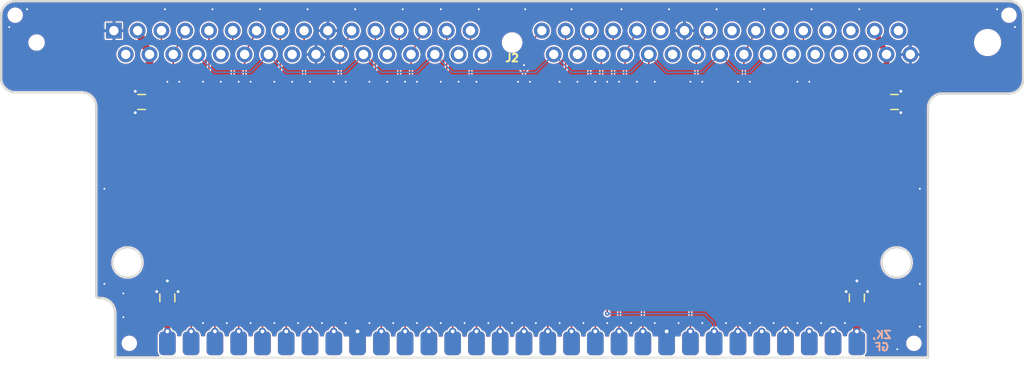
<source format=kicad_pcb>
(kicad_pcb (version 20221018) (generator pcbnew)
  (title_block (title "GW4192A") (date "2021-06-19") (rev "1.0-SOP") (company "Garrett's Workshop"))
  (layers (0 "F.Cu" signal) (31 "B.Cu" signal) (34 "B.Paste" user) (35 "F.Paste" user) (36 "B.SilkS" user "B.Silkscreen") (37 "F.SilkS" user "F.Silkscreen") (38 "B.Mask" user) (39 "F.Mask" user) (44 "Edge.Cuts" user))
  (net 0 "")
  (net 1 "+5V")
  (net 2 "/D0")
  (net 3 "/D1")
  (net 4 "/~{WE}")
  (net 5 "/~{RAS}")
  (net 6 "/~{CAS}")
  (net 7 "/D2")
  (net 8 "/D3")
  (net 9 "GND")
  (net 10 "/D4")
  (net 11 "/D5")
  (net 12 "/D6")
  (net 13 "/D7")
  (net 14 "/QP")
  (net 15 "/~{CASP}")
  (net 16 "/DP")
  (net 17 "/A0")
  (net 18 "/A1")
  (net 19 "/A2")
  (net 20 "/A3")
  (net 21 "/A4")
  (net 22 "/A5")
  (net 23 "/A6")
  (net 24 "/A7")
  (net 25 "/A8")
  (net 26 "/A9")
  (net 27 "/A10")
  (net 28 "/A11")
  (net 38 "/~{Q}B")
  (net 42 "/PQ")
  (net 43 "/~{WWP}")
  (net 44 "/PDCI")
  (net 45 "/PDCO")
  (footprint "stdpads:SIMM-30_Edge" (layer "F.Cu") (at 120.65 99.822)
    (fp_text reference "J1")
    (fp_text value "DRAM-SIMM-30")
    (pad "1" thru_hole circle (at -36.83 -1.016) (size 0.8 0.8) (drill 0.4) (layers "*.Cu" "*.Mask") (net 1 "+5V"))
    (pad "1" smd roundrect (at -36.83 0.254) (size 1.778 2.54) (layers "F.Cu" "F.Mask") (net 1 "+5V"))
    (pad "1" smd roundrect (at -36.83 0.254) (size 1.778 2.54) (layers "B.Cu" "B.Mask") (net 1 "+5V"))
    (pad "2" thru_hole circle (at -34.29 -1.016) (size 0.8 0.8) (drill 0.4) (layers "*.Cu" "*.Mask") (net 6 "/~{CAS}"))
    (pad "2" smd roundrect (at -34.29 0.254) (size 1.778 2.54) (layers "F.Cu" "F.Mask") (net 6 "/~{CAS}"))
    (pad "2" smd roundrect (at -34.29 0.254) (size 1.778 2.54) (layers "B.Cu" "B.Mask") (net 6 "/~{CAS}"))
    (pad "3" thru_hole circle (at -31.75 -1.016) (size 0.8 0.8) (drill 0.4) (layers "*.Cu" "*.Mask") (net 2 "/D0"))
    (pad "3" smd roundrect (at -31.75 0.254) (size 1.778 2.54) (layers "F.Cu" "F.Mask") (net 2 "/D0"))
    (pad "3" smd roundrect (at -31.75 0.254) (size 1.778 2.54) (layers "B.Cu" "B.Mask") (net 2 "/D0"))
    (pad "4" thru_hole circle (at -29.21 -1.016) (size 0.8 0.8) (drill 0.4) (layers "*.Cu" "*.Mask") (net 17 "/A0"))
    (pad "4" smd roundrect (at -29.21 0.254) (size 1.778 2.54) (layers "F.Cu" "F.Mask") (net 17 "/A0"))
    (pad "4" smd roundrect (at -29.21 0.254) (size 1.778 2.54) (layers "B.Cu" "B.Mask") (net 17 "/A0"))
    (pad "5" thru_hole circle (at -26.67 -1.016) (size 0.8 0.8) (drill 0.4) (layers "*.Cu" "*.Mask") (net 18 "/A1"))
    (pad "5" smd roundrect (at -26.67 0.254) (size 1.778 2.54) (layers "F.Cu" "F.Mask") (net 18 "/A1"))
    (pad "5" smd roundrect (at -26.67 0.254) (size 1.778 2.54) (layers "B.Cu" "B.Mask") (net 18 "/A1"))
    (pad "6" thru_hole circle (at -24.13 -1.016) (size 0.8 0.8) (drill 0.4) (layers "*.Cu" "*.Mask") (net 3 "/D1"))
    (pad "6" smd roundrect (at -24.13 0.254) (size 1.778 2.54) (layers "F.Cu" "F.Mask") (net 3 "/D1"))
    (pad "6" smd roundrect (at -24.13 0.254) (size 1.778 2.54) (layers "B.Cu" "B.Mask") (net 3 "/D1"))
    (pad "7" thru_hole circle (at -21.59 -1.016) (size 0.8 0.8) (drill 0.4) (layers "*.Cu" "*.Mask") (net 19 "/A2"))
    (pad "7" smd roundrect (at -21.59 0.254) (size 1.778 2.54) (layers "F.Cu" "F.Mask") (net 19 "/A2"))
    (pad "7" smd roundrect (at -21.59 0.254) (size 1.778 2.54) (layers "B.Cu" "B.Mask") (net 19 "/A2"))
    (pad "8" thru_hole circle (at -19.05 -1.016) (size 0.8 0.8) (drill 0.4) (layers "*.Cu" "*.Mask") (net 20 "/A3"))
    (pad "8" smd roundrect (at -19.05 0.254) (size 1.778 2.54) (layers "F.Cu" "F.Mask") (net 20 "/A3"))
    (pad "8" smd roundrect (at -19.05 0.254) (size 1.778 2.54) (layers "B.Cu" "B.Mask") (net 20 "/A3"))
    (pad "9" thru_hole circle (at -16.51 -1.016) (size 0.8 0.8) (drill 0.4) (layers "*.Cu" "*.Mask") (net 9 "GND"))
    (pad "9" smd roundrect (at -16.51 0.254) (size 1.778 2.54) (layers "F.Cu" "F.Mask") (net 9 "GND"))
    (pad "9" smd roundrect (at -16.51 0.254) (size 1.778 2.54) (layers "B.Cu" "B.Mask") (net 9 "GND"))
    (pad "10" thru_hole circle (at -13.97 -1.016) (size 0.8 0.8) (drill 0.4) (layers "*.Cu" "*.Mask") (net 7 "/D2"))
    (pad "10" smd roundrect (at -13.97 0.254) (size 1.778 2.54) (layers "F.Cu" "F.Mask") (net 7 "/D2"))
    (pad "10" smd roundrect (at -13.97 0.254) (size 1.778 2.54) (layers "B.Cu" "B.Mask") (net 7 "/D2"))
    (pad "11" thru_hole circle (at -11.43 -1.016) (size 0.8 0.8) (drill 0.4) (layers "*.Cu" "*.Mask") (net 21 "/A4"))
    (pad "11" smd roundrect (at -11.43 0.254) (size 1.778 2.54) (layers "F.Cu" "F.Mask") (net 21 "/A4"))
    (pad "11" smd roundrect (at -11.43 0.254) (size 1.778 2.54) (layers "B.Cu" "B.Mask") (net 21 "/A4"))
    (pad "12" thru_hole circle (at -8.89 -1.016) (size 0.8 0.8) (drill 0.4) (layers "*.Cu" "*.Mask") (net 22 "/A5"))
    (pad "12" smd roundrect (at -8.89 0.254) (size 1.778 2.54) (layers "F.Cu" "F.Mask") (net 22 "/A5"))
    (pad "12" smd roundrect (at -8.89 0.254) (size 1.778 2.54) (layers "B.Cu" "B.Mask") (net 22 "/A5"))
    (pad "13" thru_hole circle (at -6.35 -1.016) (size 0.8 0.8) (drill 0.4) (layers "*.Cu" "*.Mask") (net 8 "/D3"))
    (pad "13" smd roundrect (at -6.35 0.254) (size 1.778 2.54) (layers "F.Cu" "F.Mask") (net 8 "/D3"))
    (pad "13" smd roundrect (at -6.35 0.254) (size 1.778 2.54) (layers "B.Cu" "B.Mask") (net 8 "/D3"))
    (pad "14" thru_hole circle (at -3.81 -1.016) (size 0.8 0.8) (drill 0.4) (layers "*.Cu" "*.Mask") (net 23 "/A6"))
    (pad "14" smd roundrect (at -3.81 0.254) (size 1.778 2.54) (layers "F.Cu" "F.Mask") (net 23 "/A6"))
    (pad "14" smd roundrect (at -3.81 0.254) (size 1.778 2.54) (layers "B.Cu" "B.Mask") (net 23 "/A6"))
    (pad "15" thru_hole circle (at -1.27 -1.016) (size 0.8 0.8) (drill 0.4) (layers "*.Cu" "*.Mask") (net 24 "/A7"))
    (pad "15" smd roundrect (at -1.27 0.254) (size 1.778 2.54) (layers "F.Cu" "F.Mask") (net 24 "/A7"))
    (pad "15" smd roundrect (at -1.27 0.254) (size 1.778 2.54) (layers "B.Cu" "B.Mask") (net 24 "/A7"))
    (pad "16" thru_hole circle (at 1.27 -1.016) (size 0.8 0.8) (drill 0.4) (layers "*.Cu" "*.Mask") (net 10 "/D4"))
    (pad "16" smd roundrect (at 1.27 0.254) (size 1.778 2.54) (layers "F.Cu" "F.Mask") (net 10 "/D4"))
    (pad "16" smd roundrect (at 1.27 0.254) (size 1.778 2.54) (layers "B.Cu" "B.Mask") (net 10 "/D4"))
    (pad "17" thru_hole circle (at 3.81 -1.016) (size 0.8 0.8) (drill 0.4) (layers "*.Cu" "*.Mask") (net 25 "/A8"))
    (pad "17" smd roundrect (at 3.81 0.254) (size 1.778 2.54) (layers "F.Cu" "F.Mask") (net 25 "/A8"))
    (pad "17" smd roundrect (at 3.81 0.254) (size 1.778 2.54) (layers "B.Cu" "B.Mask") (net 25 "/A8"))
    (pad "18" thru_hole circle (at 6.35 -1.016) (size 0.8 0.8) (drill 0.4) (layers "*.Cu" "*.Mask") (net 26 "/A9"))
    (pad "18" smd roundrect (at 6.35 0.254) (size 1.778 2.54) (layers "F.Cu" "F.Mask") (net 26 "/A9"))
    (pad "18" smd roundrect (at 6.35 0.254) (size 1.778 2.54) (layers "B.Cu" "B.Mask") (net 26 "/A9"))
    (pad "19" thru_hole circle (at 8.89 -1.016) (size 0.8 0.8) (drill 0.4) (layers "*.Cu" "*.Mask") (net 27 "/A10"))
    (pad "19" smd roundrect (at 8.89 0.254) (size 1.778 2.54) (layers "F.Cu" "F.Mask") (net 27 "/A10"))
    (pad "19" smd roundrect (at 8.89 0.254) (size 1.778 2.54) (layers "B.Cu" "B.Mask") (net 27 "/A10"))
    (pad "20" thru_hole circle (at 11.43 -1.016) (size 0.8 0.8) (drill 0.4) (layers "*.Cu" "*.Mask") (net 11 "/D5"))
    (pad "20" smd roundrect (at 11.43 0.254) (size 1.778 2.54) (layers "F.Cu" "F.Mask") (net 11 "/D5"))
    (pad "20" smd roundrect (at 11.43 0.254) (size 1.778 2.54) (layers "B.Cu" "B.Mask") (net 11 "/D5"))
    (pad "21" thru_hole circle (at 13.97 -1.016) (size 0.8 0.8) (drill 0.4) (layers "*.Cu" "*.Mask") (net 4 "/~{WE}"))
    (pad "21" smd roundrect (at 13.97 0.254) (size 1.778 2.54) (layers "F.Cu" "F.Mask") (net 4 "/~{WE}"))
    (pad "21" smd roundrect (at 13.97 0.254) (size 1.778 2.54) (layers "B.Cu" "B.Mask") (net 4 "/~{WE}"))
    (pad "22" thru_hole circle (at 16.51 -1.016) (size 0.8 0.8) (drill 0.4) (layers "*.Cu" "*.Mask") (net 9 "GND"))
    (pad "22" smd roundrect (at 16.51 0.254) (size 1.778 2.54) (layers "F.Cu" "F.Mask") (net 9 "GND"))
    (pad "22" smd roundrect (at 16.51 0.254) (size 1.778 2.54) (layers "B.Cu" "B.Mask") (net 9 "GND"))
    (pad "23" thru_hole circle (at 19.05 -1.016) (size 0.8 0.8) (drill 0.4) (layers "*.Cu" "*.Mask") (net 12 "/D6"))
    (pad "23" smd roundrect (at 19.05 0.254) (size 1.778 2.54) (layers "F.Cu" "F.Mask") (net 12 "/D6"))
    (pad "23" smd roundrect (at 19.05 0.254) (size 1.778 2.54) (layers "B.Cu" "B.Mask") (net 12 "/D6"))
    (pad "24" thru_hole circle (at 21.59 -1.016) (size 0.8 0.8) (drill 0.4) (layers "*.Cu" "*.Mask") (net 28 "/A11"))
    (pad "24" smd roundrect (at 21.59 0.254) (size 1.778 2.54) (layers "F.Cu" "F.Mask") (net 28 "/A11"))
    (pad "24" smd roundrect (at 21.59 0.254) (size 1.778 2.54) (layers "B.Cu" "B.Mask") (net 28 "/A11"))
    (pad "25" thru_hole circle (at 24.13 -1.016) (size 0.8 0.8) (drill 0.4) (layers "*.Cu" "*.Mask") (net 13 "/D7"))
    (pad "25" smd roundrect (at 24.13 0.254) (size 1.778 2.54) (layers "F.Cu" "F.Mask") (net 13 "/D7"))
    (pad "25" smd roundrect (at 24.13 0.254) (size 1.778 2.54) (layers "B.Cu" "B.Mask") (net 13 "/D7"))
    (pad "26" thru_hole circle (at 26.67 -1.016) (size 0.8 0.8) (drill 0.4) (layers "*.Cu" "*.Mask") (net 14 "/QP"))
    (pad "26" smd roundrect (at 26.67 0.254) (size 1.778 2.54) (layers "F.Cu" "F.Mask") (net 14 "/QP"))
    (pad "26" smd roundrect (at 26.67 0.254) (size 1.778 2.54) (layers "B.Cu" "B.Mask") (net 14 "/QP"))
    (pad "27" thru_hole circle (at 29.21 -1.016) (size 0.8 0.8) (drill 0.4) (layers "*.Cu" "*.Mask") (net 5 "/~{RAS}"))
    (pad "27" smd roundrect (at 29.21 0.254) (size 1.778 2.54) (layers "F.Cu" "F.Mask") (net 5 "/~{RAS}"))
    (pad "27" smd roundrect (at 29.21 0.254) (size 1.778 2.54) (layers "B.Cu" "B.Mask") (net 5 "/~{RAS}"))
    (pad "28" thru_hole circle (at 31.75 -1.016) (size 0.8 0.8) (drill 0.4) (layers "*.Cu" "*.Mask") (net 15 "/~{CASP}"))
    (pad "28" smd roundrect (at 31.75 0.254) (size 1.778 2.54) (layers "F.Cu" "F.Mask") (net 15 "/~{CASP}"))
    (pad "28" smd roundrect (at 31.75 0.254) (size 1.778 2.54) (layers "B.Cu" "B.Mask") (net 15 "/~{CASP}"))
    (pad "29" thru_hole circle (at 34.29 -1.016) (size 0.8 0.8) (drill 0.4) (layers "*.Cu" "*.Mask") (net 16 "/DP"))
    (pad "29" smd roundrect (at 34.29 0.254) (size 1.778 2.54) (layers "F.Cu" "F.Mask") (net 16 "/DP"))
    (pad "29" smd roundrect (at 34.29 0.254) (size 1.778 2.54) (layers "B.Cu" "B.Mask") (net 16 "/DP"))
    (pad "30" thru_hole circle (at 36.83 -1.016) (size 0.8 0.8) (drill 0.4) (layers "*.Cu" "*.Mask") (net 1 "+5V"))
    (pad "30" smd roundrect (at 36.83 0.254) (size 1.778 2.54) (layers "F.Cu" "F.Mask") (net 1 "+5V"))
    (pad "30" smd roundrect (at 36.83 0.254) (size 1.778 2.54) (layers "B.Cu" "B.Mask") (net 1 "+5V"))
  )
  (footprint "stdpads:C_0805" (layer "F.Cu") (at 83.82 95.2255 90)
    (fp_text reference "C1")
    (fp_text value "2u2")
    (fp_line (start -0.4064 -0.8) (end 0.4064 -0.8) (stroke (width 0.1524)) (layer "F.SilkS"))
    (fp_line (start -0.4064 0.8) (end 0.4064 0.8) (stroke (width 0.1524)) (layer "F.SilkS"))
    (pad "1" smd roundrect (at -0.85 0 90) (size 1.05 1.4) (layers "F.Cu" "F.Paste" "F.Mask") (net 1 "+5V"))
    (pad "2" smd roundrect (at 0.85 0 90) (size 1.05 1.4) (layers "F.Cu" "F.Paste" "F.Mask") (net 9 "GND"))
  )
  (footprint "stdpads:C_0805" (layer "F.Cu") (at 157.48 95.2255 90)
    (fp_text reference "C2")
    (fp_text value "2u2")
    (fp_line (start -0.4064 -0.8) (end 0.4064 -0.8) (stroke (width 0.1524)) (layer "F.SilkS"))
    (fp_line (start -0.4064 0.8) (end 0.4064 0.8) (stroke (width 0.1524)) (layer "F.SilkS"))
    (pad "1" smd roundrect (at -0.85 0 90) (size 1.05 1.4) (layers "F.Cu" "F.Paste" "F.Mask") (net 1 "+5V"))
    (pad "2" smd roundrect (at 0.85 0 90) (size 1.05 1.4) (layers "F.Cu" "F.Paste" "F.Mask") (net 9 "GND"))
  )
  (footprint "stdpads:PasteHole_1.152mm_NPTH" (layer "F.Cu") (at 173.736 65.024)
    (fp_text reference "H2")
    (fp_text value "MountingHole" hide)
    (pad "" np_thru_hole circle (at 0 0) (size 1.152 1.152) (drill 1.152) (layers "*.Cu" "*.Mask"))
  )
  (footprint "stdpads:PasteHole_1.152mm_NPTH" (layer "F.Cu") (at 67.564 65.024)
    (fp_text reference "H1")
    (fp_text value "MountingHole" hide)
    (pad "" np_thru_hole circle (at 0 0) (size 1.152 1.152) (drill 1.152) (layers "*.Cu" "*.Mask"))
  )
  (footprint "stdpads:PasteHole_1.152mm_NPTH" (layer "F.Cu") (at 79.756 100.076)
    (fp_text reference "H4")
    (fp_text value "MountingHole" hide)
    (pad "" np_thru_hole circle (at 0 0) (size 1.152 1.152) (drill 1.152) (layers "*.Cu" "*.Mask"))
  )
  (footprint "stdpads:PasteHole_1.152mm_NPTH" (layer "F.Cu") (at 163.576 100.076)
    (fp_text reference "H3")
    (fp_text value "MountingHole" hide)
    (pad "" np_thru_hole circle (at 0 0) (size 1.152 1.152) (drill 1.152) (layers "*.Cu" "*.Mask"))
  )
  (footprint "stdpads:C_0805" (layer "F.Cu") (at 161.505 74.295)
    (fp_text reference "C4")
    (fp_text value "2u2")
    (fp_line (start -0.4064 -0.8) (end 0.4064 -0.8) (stroke (width 0.1524)) (layer "F.SilkS"))
    (fp_line (start -0.4064 0.8) (end 0.4064 0.8) (stroke (width 0.1524)) (layer "F.SilkS"))
    (pad "1" smd roundrect (at -0.85 0) (size 1.05 1.4) (layers "F.Cu" "F.Paste" "F.Mask") (net 1 "+5V"))
    (pad "2" smd roundrect (at 0.85 0) (size 1.05 1.4) (layers "F.Cu" "F.Paste" "F.Mask") (net 9 "GND"))
  )
  (footprint "stdpads:C_0805" (layer "F.Cu") (at 81.065 74.295 180)
    (fp_text reference "C3")
    (fp_text value "2u2")
    (fp_line (start -0.4064 -0.8) (end 0.4064 -0.8) (stroke (width 0.1524)) (layer "F.SilkS"))
    (fp_line (start -0.4064 0.8) (end 0.4064 0.8) (stroke (width 0.1524)) (layer "F.SilkS"))
    (pad "1" smd roundrect (at -0.85 0 180) (size 1.05 1.4) (layers "F.Cu" "F.Paste" "F.Mask") (net 1 "+5V"))
    (pad "2" smd roundrect (at 0.85 0 180) (size 1.05 1.4) (layers "F.Cu" "F.Paste" "F.Mask") (net 9 "GND"))
  )
  (footprint "stdpads:SIMM-64_Socket_TH_P1.27mm" (layer "F.Cu") (at 120.65 67.945 180)
    (fp_text reference "J2" (at 0 -1.651) (layer "F.SilkS") (effects (font (size 0.8128 0.8128) (thickness 0.2032))))
    (fp_text value "IIfxRAM")
    (pad "" np_thru_hole circle (at -50.8 0 180) (size 2.41 2.41) (drill 2.41) (layers "*.Cu" "*.Mask"))
    (pad "" np_thru_hole circle (at 0 0 180) (size 1.71 1.71) (drill 1.71) (layers "*.Cu" "*.Mask"))
    (pad "" np_thru_hole circle (at 50.8 0 180) (size 1.27 1.27) (drill 1.27) (layers "*.Cu" "*.Mask"))
    (pad "1" thru_hole rect (at 42.545 1.27 90) (size 1.7 1.7) (drill 1) (layers "*.Cu" "*.Mask") (net 9 "GND"))
    (pad "2" thru_hole oval (at 41.275 -1.27 90) (size 1.7 1.7) (drill 1) (layers "*.Cu" "*.Mask"))
    (pad "3" thru_hole oval (at 40.005 1.27 90) (size 1.7 1.7) (drill 1) (layers "*.Cu" "*.Mask") (net 1 "+5V"))
    (pad "4" thru_hole oval (at 38.735 -1.27 90) (size 1.7 1.7) (drill 1) (layers "*.Cu" "*.Mask") (net 1 "+5V"))
    (pad "5" thru_hole oval (at 37.465 1.27 90) (size 1.7 1.7) (drill 1) (layers "*.Cu" "*.Mask") (net 6 "/~{CAS}"))
    (pad "6" thru_hole oval (at 36.195 -1.27 90) (size 1.7 1.7) (drill 1) (layers "*.Cu" "*.Mask") (net 2 "/D0"))
    (pad "7" thru_hole oval (at 34.925 1.27 90) (size 1.7 1.7) (drill 1) (layers "*.Cu" "*.Mask") (net 2 "/D0"))
    (pad "8" thru_hole oval (at 33.655 -1.27 90) (size 1.7 1.7) (drill 1) (layers "*.Cu" "*.Mask") (net 4 "/~{WE}"))
    (pad "9" thru_hole oval (at 32.385 1.27 90) (size 1.7 1.7) (drill 1) (layers "*.Cu" "*.Mask") (net 17 "/A0"))
    (pad "10" thru_hole oval (at 31.115 -1.27 90) (size 1.7 1.7) (drill 1) (layers "*.Cu" "*.Mask"))
    (pad "11" thru_hole oval (at 29.845 1.27 90) (size 1.7 1.7) (drill 1) (layers "*.Cu" "*.Mask") (net 18 "/A1"))
    (pad "12" thru_hole oval (at 28.575 -1.27 90) (size 1.7 1.7) (drill 1) (layers "*.Cu" "*.Mask") (net 3 "/D1"))
    (pad "13" thru_hole oval (at 27.305 1.27 90) (size 1.7 1.7) (drill 1) (layers "*.Cu" "*.Mask") (net 3 "/D1"))
    (pad "14" thru_hole oval (at 26.035 -1.27 90) (size 1.7 1.7) (drill 1) (layers "*.Cu" "*.Mask") (net 4 "/~{WE}"))
    (pad "15" thru_hole oval (at 24.765 1.27 90) (size 1.7 1.7) (drill 1) (layers "*.Cu" "*.Mask") (net 19 "/A2"))
    (pad "16" thru_hole oval (at 23.495 -1.27 90) (size 1.7 1.7) (drill 1) (layers "*.Cu" "*.Mask"))
    (pad "17" thru_hole oval (at 22.225 1.27 90) (size 1.7 1.7) (drill 1) (layers "*.Cu" "*.Mask") (net 20 "/A3"))
    (pad "18" thru_hole oval (at 20.955 -1.27 90) (size 1.7 1.7) (drill 1) (layers "*.Cu" "*.Mask") (net 9 "GND"))
    (pad "19" thru_hole oval (at 19.685 1.27 90) (size 1.7 1.7) (drill 1) (layers "*.Cu" "*.Mask") (net 9 "GND"))
    (pad "20" thru_hole oval (at 18.415 -1.27 90) (size 1.7 1.7) (drill 1) (layers "*.Cu" "*.Mask") (net 7 "/D2"))
    (pad "21" thru_hole oval (at 17.145 1.27 90) (size 1.7 1.7) (drill 1) (layers "*.Cu" "*.Mask") (net 7 "/D2"))
    (pad "22" thru_hole oval (at 15.875 -1.27 90) (size 1.7 1.7) (drill 1) (layers "*.Cu" "*.Mask") (net 4 "/~{WE}"))
    (pad "23" thru_hole oval (at 14.605 1.27 90) (size 1.7 1.7) (drill 1) (layers "*.Cu" "*.Mask") (net 21 "/A4"))
    (pad "24" thru_hole oval (at 13.335 -1.27 90) (size 1.7 1.7) (drill 1) (layers "*.Cu" "*.Mask"))
    (pad "25" thru_hole oval (at 12.065 1.27 90) (size 1.7 1.7) (drill 1) (layers "*.Cu" "*.Mask") (net 22 "/A5"))
    (pad "26" thru_hole oval (at 10.795 -1.27 90) (size 1.7 1.7) (drill 1) (layers "*.Cu" "*.Mask") (net 8 "/D3"))
    (pad "27" thru_hole oval (at 9.525 1.27 90) (size 1.7 1.7) (drill 1) (layers "*.Cu" "*.Mask") (net 8 "/D3"))
    (pad "28" thru_hole oval (at 8.255 -1.27 90) (size 1.7 1.7) (drill 1) (layers "*.Cu" "*.Mask") (net 4 "/~{WE}"))
    (pad "29" thru_hole oval (at 6.985 1.27 90) (size 1.7 1.7) (drill 1) (layers "*.Cu" "*.Mask") (net 23 "/A6"))
    (pad "30" thru_hole oval (at 5.715 -1.27 90) (size 1.7 1.7) (drill 1) (layers "*.Cu" "*.Mask"))
    (pad "31" thru_hole oval (at 4.445 1.27 90) (size 1.7 1.7) (drill 1) (layers "*.Cu" "*.Mask") (net 24 "/A7"))
    (pad "32" thru_hole oval (at 3.175 -1.27 90) (size 1.7 1.7) (drill 1) (layers "*.Cu" "*.Mask") (net 10 "/D4"))
    (pad "33" thru_hole oval (at -3.175 1.27 90) (size 1.7 1.7) (drill 1) (layers "*.Cu" "*.Mask") (net 10 "/D4"))
    (pad "34" thru_hole oval (at -4.445 -1.27 90) (size 1.7 1.7) (drill 1) (layers "*.Cu" "*.Mask") (net 4 "/~{WE}"))
    (pad "35" thru_hole oval (at -5.715 1.27 90) (size 1.7 1.7) (drill 1) (layers "*.Cu" "*.Mask") (net 25 "/A8"))
    (pad "36" thru_hole oval (at -6.985 -1.27 90) (size 1.7 1.7) (drill 1) (layers "*.Cu" "*.Mask"))
    (pad "37" thru_hole oval (at -8.255 1.27 90) (size 1.7 1.7) (drill 1) (layers "*.Cu" "*.Mask") (net 26 "/A9"))
    (pad "38" thru_hole oval (at -9.525 -1.27 90) (size 1.7 1.7) (drill 1) (layers "*.Cu" "*.Mask") (net 27 "/A10"))
    (pad "39" thru_hole oval (at -10.795 1.27 90) (size 1.7 1.7) (drill 1) (layers "*.Cu" "*.Mask") (net 28 "/A11"))
    (pad "40" thru_hole oval (at -12.065 -1.27 90) (size 1.7 1.7) (drill 1) (layers "*.Cu" "*.Mask") (net 11 "/D5"))
    (pad "41" thru_hole oval (at -13.335 1.27 90) (size 1.7 1.7) (drill 1) (layers "*.Cu" "*.Mask") (net 11 "/D5"))
    (pad "42" thru_hole oval (at -14.605 -1.27 90) (size 1.7 1.7) (drill 1) (layers "*.Cu" "*.Mask") (net 4 "/~{WE}"))
    (pad "43" thru_hole oval (at -15.875 1.27 90) (size 1.7 1.7) (drill 1) (layers "*.Cu" "*.Mask"))
    (pad "44" thru_hole oval (at -17.145 -1.27 90) (size 1.7 1.7) (drill 1) (layers "*.Cu" "*.Mask"))
    (pad "45" thru_hole oval (at -18.415 1.27 90) (size 1.7 1.7) (drill 1) (layers "*.Cu" "*.Mask") (net 9 "GND"))
    (pad "46" thru_hole oval (at -19.685 -1.27 90) (size 1.7 1.7) (drill 1) (layers "*.Cu" "*.Mask") (net 12 "/D6"))
    (pad "47" thru_hole oval (at -20.955 1.27 90) (size 1.7 1.7) (drill 1) (layers "*.Cu" "*.Mask") (net 12 "/D6"))
    (pad "48" thru_hole oval (at -22.225 -1.27 90) (size 1.7 1.7) (drill 1) (layers "*.Cu" "*.Mask") (net 4 "/~{WE}"))
    (pad "49" thru_hole oval (at -23.495 1.27 90) (size 1.7 1.7) (drill 1) (layers "*.Cu" "*.Mask"))
    (pad "50" thru_hole oval (at -24.765 -1.27 90) (size 1.7 1.7) (drill 1) (layers "*.Cu" "*.Mask") (net 13 "/D7"))
    (pad "51" thru_hole oval (at -26.035 1.27 90) (size 1.7 1.7) (drill 1) (layers "*.Cu" "*.Mask") (net 13 "/D7"))
    (pad "52" thru_hole oval (at -27.305 -1.27 90) (size 1.7 1.7) (drill 1) (layers "*.Cu" "*.Mask") (net 4 "/~{WE}"))
    (pad "53" thru_hole oval (at -28.575 1.27 90) (size 1.7 1.7) (drill 1) (layers "*.Cu" "*.Mask") (net 38 "/~{Q}B"))
    (pad "54" thru_hole oval (at -29.845 -1.27 90) (size 1.7 1.7) (drill 1) (layers "*.Cu" "*.Mask"))
    (pad "55" thru_hole oval (at -31.115 1.27 90) (size 1.7 1.7) (drill 1) (layers "*.Cu" "*.Mask") (net 5 "/~{RAS}"))
    (pad "56" thru_hole oval (at -32.385 -1.27 90) (size 1.7 1.7) (drill 1) (layers "*.Cu" "*.Mask"))
    (pad "57" thru_hole oval (at -33.655 1.27 90) (size 1.7 1.7) (drill 1) (layers "*.Cu" "*.Mask"))
    (pad "58" thru_hole oval (at -34.925 -1.27 90) (size 1.7 1.7) (drill 1) (layers "*.Cu" "*.Mask") (net 42 "/PQ"))
    (pad "59" thru_hole oval (at -36.195 1.27 90) (size 1.7 1.7) (drill 1) (layers "*.Cu" "*.Mask") (net 43 "/~{WWP}"))
    (pad "60" thru_hole oval (at -37.465 -1.27 90) (size 1.7 1.7) (drill 1) (layers "*.Cu" "*.Mask") (net 44 "/PDCI"))
    (pad "61" thru_hole oval (at -38.735 1.27 90) (size 1.7 1.7) (drill 1) (layers "*.Cu" "*.Mask") (net 1 "+5V"))
    (pad "62" thru_hole oval (at -40.005 -1.27 90) (size 1.7 1.7) (drill 1) (layers "*.Cu" "*.Mask") (net 1 "+5V"))
    (pad "63" thru_hole oval (at -41.275 1.27 90) (size 1.7 1.7) (drill 1) (layers "*.Cu" "*.Mask") (net 45 "/PDCO"))
    (pad "64" thru_hole oval (at -42.545 -1.27 90) (size 1.7 1.7) (drill 1) (layers "*.Cu" "*.Mask") (net 9 "GND"))
  )
  (gr_line (start 76.2 94.996) (end 76.2 74.803) (stroke (width 0.2)) (layer "Edge.Cuts"))
  (gr_circle (center 161.7345 91.44) (end 163.322 91.44) (stroke (width 0.15)) (fill none) (layer "Edge.Cuts"))
  (gr_arc (start 173.736 63.5) (mid 174.813631 63.946369) (end 175.26 65.024) (stroke (width 0.2)) (layer "Edge.Cuts"))
  (gr_arc (start 66.04 65.024) (mid 66.486369 63.946369) (end 67.564 63.5) (stroke (width 0.2)) (layer "Edge.Cuts"))
  (gr_line (start 76.6445 95.25) (end 76.454 95.25) (stroke (width 0.2)) (layer "Edge.Cuts"))
  (gr_line (start 78.232 101.6) (end 78.232 96.8375) (stroke (width 0.2)) (layer "Edge.Cuts"))
  (gr_arc (start 76.454 95.25) (mid 76.274395 95.175605) (end 76.2 94.996) (stroke (width 0.2)) (layer "Edge.Cuts"))
  (gr_arc (start 76.6445 95.25) (mid 77.767032 95.714968) (end 78.232 96.8375) (stroke (width 0.2)) (layer "Edge.Cuts"))
  (gr_arc (start 175.26 71.882) (mid 174.813631 72.959631) (end 173.736 73.406) (stroke (width 0.2)) (layer "Edge.Cuts"))
  (gr_line (start 175.26 65.024) (end 175.26 71.882) (stroke (width 0.2)) (layer "Edge.Cuts"))
  (gr_arc (start 165.1 74.93) (mid 165.546369 73.852369) (end 166.624 73.406) (stroke (width 0.2)) (layer "Edge.Cuts"))
  (gr_line (start 173.736 73.406) (end 166.624 73.406) (stroke (width 0.2)) (layer "Edge.Cuts"))
  (gr_line (start 66.04 65.024) (end 66.04 71.755) (stroke (width 0.2)) (layer "Edge.Cuts"))
  (gr_line (start 67.564 73.279) (end 74.676 73.279) (stroke (width 0.2)) (layer "Edge.Cuts"))
  (gr_arc (start 67.564 73.279) (mid 66.486369 72.832631) (end 66.04 71.755) (stroke (width 0.2)) (layer "Edge.Cuts"))
  (gr_arc (start 74.676 73.279) (mid 75.753631 73.725369) (end 76.2 74.803) (stroke (width 0.2)) (layer "Edge.Cuts"))
  (gr_circle (center 79.5655 91.44) (end 77.978 91.44) (stroke (width 0.15)) (fill none) (layer "Edge.Cuts"))
  (gr_line (start 165.1 74.93) (end 165.1 101.6) (stroke (width 0.2)) (layer "Edge.Cuts"))
  (gr_line (start 165.1 101.6) (end 78.232 101.6) (stroke (width 0.2)) (layer "Edge.Cuts"))
  (gr_line (start 67.564 63.5) (end 173.736 63.5) (stroke (width 0.2)) (layer "Edge.Cuts"))
  (gr_text "ZK,\nGF" (at 160.147 99.822) (layer "B.SilkS") (effects (font (size 0.8128 0.8128) (thickness 0.2032)) (justify mirror)))
  (segment (start 81.788 94.107) (end 81.788 94.996) (width 0.6) (layer "F.Cu") (net 1))
  (segment (start 83.82 98.806) (end 83.82 96.0755) (width 0.6) (layer "F.Cu") (net 1))
  (segment (start 80.645 66.675) (end 81.915 69.215) (width 0.8) (layer "F.Cu") (net 1))
  (segment (start 157.48 96.0755) (end 157.48 98.806) (width 0.8) (layer "F.Cu") (net 1))
  (segment (start 81.915 74.295) (end 81.915 75.438) (width 0.6) (layer "F.Cu") (net 1))
  (segment (start 160.655 88.519) (end 160.655 74.295) (width 0.8) (layer "F.Cu") (net 1))
  (segment (start 156.4005 96.0755) (end 155.321 94.996) (width 0.8) (layer "F.Cu") (net 1))
  (segment (start 81.915 75.438) (end 82.2325 75.7555) (width 0.6) (layer "F.Cu") (net 1))
  (segment (start 82.2325 75.7555) (end 82.2325 93.6625) (width 0.6) (layer "F.Cu") (net 1))
  (segment (start 160.655 74.295) (end 160.655 69.215) (width 0.6) (layer "F.Cu") (net 1))
  (segment (start 160.655 69.215) (end 159.385 66.675) (width 0.6) (layer "F.Cu") (net 1))
  (segment (start 155.321 94.996) (end 155.321 93.853) (width 0.8) (layer "F.Cu") (net 1))
  (segment (start 81.788 94.996) (end 82.8675 96.0755) (width 0.6) (layer "F.Cu") (net 1))
  (segment (start 156.4005 96.0755) (end 157.48 96.0755) (width 0.8) (layer "F.Cu") (net 1))
  (segment (start 82.2325 93.6625) (end 81.788 94.107) (width 0.6) (layer "F.Cu") (net 1))
  (segment (start 82.8675 96.0755) (end 83.82 96.0755) (width 0.6) (layer "F.Cu") (net 1))
  (segment (start 155.321 93.853) (end 160.655 88.519) (width 0.8) (layer "F.Cu") (net 1))
  (segment (start 81.915 69.215) (end 81.915 74.295) (width 0.8) (layer "F.Cu") (net 1))
  (segment (start 88.9 98.806) (end 88.9 95.25) (width 0.1524) (layer "F.Cu") (net 2))
  (segment (start 88.9 95.25) (end 84.455 90.805) (width 0.1524) (layer "F.Cu") (net 2))
  (segment (start 84.455 90.805) (end 84.455 69.215) (width 0.1524) (layer "F.Cu") (net 2))
  (segment (start 88.9 100.076) (end 88.9 98.806) (width 0.1524) (layer "F.Cu") (net 2))
  (segment (start 85.725 66.675) (end 84.455 69.215) (width 0.1524) (layer "F.Cu") (net 2))
  (segment (start 93.345 66.675) (end 92.075 69.215) (width 0.1524) (layer "F.Cu") (net 3))
  (segment (start 92.075 69.215) (end 92.075 91.44) (width 0.1524) (layer "F.Cu") (net 3))
  (segment (start 96.52 100.076) (end 96.52 98.552) (width 0.1524) (layer "F.Cu") (net 3))
  (segment (start 96.52 95.885) (end 96.52 100.076) (width 0.1524) (layer "F.Cu") (net 3))
  (segment (start 92.075 91.44) (end 96.52 95.885) (width 0.1524) (layer "F.Cu") (net 3))
  (segment (start 134.62 95.25) (end 134.62 98.806) (width 0.1524) (layer "F.Cu") (net 4))
  (segment (start 135.255 69.215) (end 135.255 94.615) (width 0.1524) (layer "F.Cu") (net 4))
  (segment (start 135.255 94.615) (end 134.62 95.25) (width 0.1524) (layer "F.Cu") (net 4))
  (segment (start 114.3 71.12) (end 123.19 71.12) (width 0.1524) (layer "B.Cu") (net 4))
  (segment (start 92.71 71.12) (end 94.615 69.215) (width 0.1524) (layer "B.Cu") (net 4))
  (segment (start 125.095 69.215) (end 127 71.12) (width 0.1524) (layer "B.Cu") (net 4))
  (segment (start 123.19 71.12) (end 125.095 69.215) (width 0.1524) (layer "B.Cu") (net 4))
  (segment (start 133.35 71.12) (end 135.255 69.215) (width 0.1524) (layer "B.Cu") (net 4))
  (segment (start 88.9 71.12) (end 92.71 71.12) (width 0.1524) (layer "B.Cu") (net 4))
  (segment (start 96.52 71.12) (end 102.87 71.12) (width 0.1524) (layer "B.Cu") (net 4))
  (segment (start 110.49 71.12) (end 112.395 69.215) (width 0.1524) (layer "B.Cu") (net 4))
  (segment (start 112.395 69.215) (end 114.3 71.12) (width 0.1524) (layer "B.Cu") (net 4))
  (segment (start 135.255 69.215) (end 137.16 71.12) (width 0.1524) (layer "B.Cu") (net 4))
  (segment (start 104.775 69.215) (end 106.68 71.12) (width 0.1524) (layer "B.Cu") (net 4))
  (segment (start 127 71.12) (end 133.35 71.12) (width 0.1524) (layer "B.Cu") (net 4))
  (segment (start 94.615 69.215) (end 96.52 71.12) (width 0.1524) (layer "B.Cu") (net 4))
  (segment (start 140.97 71.12) (end 142.875 69.215) (width 0.1524) (layer "B.Cu") (net 4))
  (segment (start 146.05 71.12) (end 147.955 69.215) (width 0.1524) (layer "B.Cu") (net 4))
  (segment (start 144.78 71.12) (end 146.05 71.12) (width 0.1524) (layer "B.Cu") (net 4))
  (segment (start 86.995 69.215) (end 88.9 71.12) (width 0.1524) (layer "B.Cu") (net 4))
  (segment (start 106.68 71.12) (end 110.49 71.12) (width 0.1524) (layer "B.Cu") (net 4))
  (segment (start 102.87 71.12) (end 104.775 69.215) (width 0.1524) (layer "B.Cu") (net 4))
  (segment (start 137.16 71.12) (end 140.97 71.12) (width 0.1524) (layer "B.Cu") (net 4))
  (segment (start 142.875 69.215) (end 144.78 71.12) (width 0.1524) (layer "B.Cu") (net 4))
  (segment (start 149.86 100.076) (end 149.86 95.25) (width 0.1524) (layer "F.Cu") (net 5))
  (segment (start 149.86 95.25) (end 151.765 93.345) (width 0.1524) (layer "F.Cu") (net 5))
  (segment (start 151.765 93.345) (end 151.765 66.675) (width 0.1524) (layer "F.Cu") (net 5))
  (segment (start 86.36 94.615) (end 86.36 98.806) (width 0.1524) (layer "F.Cu") (net 6))
  (segment (start 83.185 91.44) (end 86.36 94.615) (width 0.1524) (layer "F.Cu") (net 6))
  (segment (start 83.185 66.675) (end 83.185 91.44) (width 0.1524) (layer "F.Cu") (net 6))
  (segment (start 103.505 66.675) (end 102.235 69.215) (width 0.1524) (layer "F.Cu") (net 7))
  (segment (start 106.68 95.885) (end 102.235 91.44) (width 0.1524) (layer "F.Cu") (net 7))
  (segment (start 102.235 91.44) (end 102.235 69.215) (width 0.1524) (layer "F.Cu") (net 7))
  (segment (start 106.68 98.806) (end 106.68 95.885) (width 0.1524) (layer "F.Cu") (net 7))
  (segment (start 111.125 66.675) (end 109.855 69.215) (width 0.1524) (layer "F.Cu") (net 8))
  (segment (start 109.855 69.215) (end 109.855 90.805) (width 0.1524) (layer "F.Cu") (net 8))
  (segment (start 109.855 90.805) (end 114.3 95.25) (width 0.1524) (layer "F.Cu") (net 8))
  (segment (start 114.3 95.25) (end 114.3 98.806) (width 0.1524) (layer "F.Cu") (net 8))
  (segment (start 83.82 94.3755) (end 83.82 93.4085) (width 0.6) (layer "F.Cu") (net 9))
  (segment (start 162.355 73.328) (end 162.179 73.152) (width 0.6) (layer "F.Cu") (net 9))
  (segment (start 157.48 94.3755) (end 156.513 94.3755) (width 0.6) (layer "F.Cu") (net 9))
  (segment (start 84.787 94.3755) (end 84.963 94.5515) (width 0.6) (layer "F.Cu") (net 9))
  (segment (start 82.853 94.3755) (end 82.677 94.5515) (width 0.6) (layer "F.Cu") (net 9))
  (segment (start 158.447 94.3755) (end 158.623 94.5515) (width 0.6) (layer "F.Cu") (net 9))
  (segment (start 80.215 75.262) (end 80.391 75.438) (width 0.6) (layer "F.Cu") (net 9))
  (segment (start 80.215 74.295) (end 80.215 73.328) (width 0.6) (layer "F.Cu") (net 9))
  (segment (start 80.215 74.295) (end 80.215 75.262) (width 0.6) (layer "F.Cu") (net 9))
  (segment (start 80.215 73.328) (end 80.391 73.152) (width 0.6) (layer "F.Cu") (net 9))
  (segment (start 83.82 94.3755) (end 82.853 94.3755) (width 0.6) (layer "F.Cu") (net 9))
  (segment (start 157.48 94.3755) (end 157.48 93.4085) (width 0.6) (layer "F.Cu") (net 9))
  (segment (start 83.82 94.3755) (end 84.787 94.3755) (width 0.6) (layer "F.Cu") (net 9))
  (segment (start 157.48 94.3755) (end 158.447 94.3755) (width 0.6) (layer "F.Cu") (net 9))
  (segment (start 162.355 74.295) (end 162.355 73.328) (width 0.6) (layer "F.Cu") (net 9))
  (segment (start 156.513 94.3755) (end 156.337 94.5515) (width 0.6) (layer "F.Cu") (net 9))
  (segment (start 162.355 74.295) (end 162.355 75.262) (width 0.6) (layer "F.Cu") (net 9))
  (segment (start 162.355 75.262) (end 162.179 75.438) (width 0.6) (layer "F.Cu") (net 9))
  (via (at 172.466 64.389) (size 0.508) (drill 0.2) (layers "F.Cu" "B.Cu") (net 9))
  (via (at 79.121 94.742) (size 0.508) (drill 0.2) (layers "F.Cu" "B.Cu") (net 9))
  (via (at 161.798 100.711) (size 0.508) (drill 0.2) (layers "F.Cu" "B.Cu") (net 9))
  (via (at 164.211 83.566) (size 0.508) (drill 0.2) (layers "F.Cu" "B.Cu") (net 9))
  (via (at 174.371 66.294) (size 0.508) (drill 0.2) (layers "F.Cu" "B.Cu") (net 9))
  (via (at 79.121 97.282) (size 0.508) (drill 0.2) (layers "F.Cu" "B.Cu") (net 9))
  (via (at 157.734 64.389) (size 0.508) (drill 0.2) (layers "F.Cu" "B.Cu") (net 9))
  (via (at 152.654 64.389) (size 0.508) (drill 0.2) (layers "F.Cu" "B.Cu") (net 9))
  (via (at 147.574 64.389) (size 0.508) (drill 0.2) (layers "F.Cu" "B.Cu") (net 9))
  (via (at 142.494 64.389) (size 0.508) (drill 0.2) (layers "F.Cu" "B.Cu") (net 9))
  (via (at 132.334 64.389) (size 0.508) (drill 0.2) (layers "F.Cu" "B.Cu") (net 9))
  (via (at 137.414 64.389) (size 0.508) (drill 0.2) (layers "F.Cu" "B.Cu") (net 9))
  (via (at 127 64.389) (size 0.508) (drill 0.2) (layers "F.Cu" "B.Cu") (net 9))
  (via (at 122.047 64.389) (size 0.508) (drill 0.2) (layers "F.Cu" "B.Cu") (net 9))
  (via (at 117.094 64.389) (size 0.508) (drill 0.2) (layers "F.Cu" "B.Cu") (net 9))
  (via (at 68.834 64.389) (size 0.508) (drill 0.2) (layers "F.Cu" "B.Cu") (net 9))
  (via (at 66.929 66.294) (size 0.508) (drill 0.2) (layers "F.Cu" "B.Cu") (net 9))
  (via (at 83.566 64.389) (size 0.508) (drill 0.2) (layers "F.Cu" "B.Cu") (net 9))
  (via (at 88.646 64.389) (size 0.508) (drill 0.2) (layers "F.Cu" "B.Cu") (net 9))
  (via (at 93.726 64.389) (size 0.508) (drill 0.2) (layers "F.Cu" "B.Cu") (net 9))
  (via (at 108.966 64.389) (size 0.508) (drill 0.2) (layers "F.Cu" "B.Cu") (net 9))
  (via (at 103.886 64.389) (size 0.508) (drill 0.2) (layers "F.Cu" "B.Cu") (net 9))
  (via (at 113.03 64.389) (size 0.508) (drill 0.2) (layers "F.Cu" "B.Cu") (net 9))
  (via (at 77.089 83.566) (size 0.508) (drill 0.2) (layers "F.Cu" "B.Cu") (net 9))
  (via (at 77.089 93.726) (size 0.508) (drill 0.2) (layers "F.Cu" "B.Cu") (net 9))
  (via (at 164.211 93.726) (size 0.508) (drill 0.2) (layers "F.Cu" "B.Cu") (net 9))
  (via (at 164.211 98.298) (size 0.508) (drill 0.2) (layers "F.Cu" "B.Cu") (net 9))
  (via (at 98.806 64.389) (size 0.508) (drill 0.2) (layers "F.Cu" "B.Cu") (net 9))
  (via (at 122.555 72.136) (size 0.508) (drill 0.2) (layers "F.Cu" "B.Cu") (net 9))
  (via (at 129.54 72.136) (size 0.508) (drill 0.2) (layers "F.Cu" "B.Cu") (net 9))
  (via (at 135.89 72.136) (size 0.508) (drill 0.2) (layers "F.Cu" "B.Cu") (net 9))
  (via (at 110.49 72.136) (size 0.508) (drill 0.2) (layers "F.Cu" "B.Cu") (net 9))
  (via (at 101.6 72.136) (size 0.508) (drill 0.2) (layers "F.Cu" "B.Cu") (net 9))
  (via (at 113.03 72.136) (size 0.508) (drill 0.2) (layers "F.Cu" "B.Cu") (net 9))
  (via (at 125.73 72.136) (size 0.508) (drill 0.2) (layers "F.Cu" "B.Cu") (net 9))
  (via (at 85.09 72.136) (size 0.508) (drill 0.2) (layers "F.Cu" "B.Cu") (net 9))
  (via (at 99.06 72.136) (size 0.508) (drill 0.2) (layers "F.Cu" "B.Cu") (net 9))
  (via (at 95.25 72.136) (size 0.508) (drill 0.2) (layers "F.Cu" "B.Cu") (net 9))
  (via (at 102.87 72.136) (size 0.508) (drill 0.2) (layers "F.Cu" "B.Cu") (net 9))
  (via (at 91.44 72.136) (size 0.508) (drill 0.2) (layers "F.Cu" "B.Cu") (net 9))
  (via (at 83.82 72.136) (size 0.508) (drill 0.2) (layers "F.Cu" "B.Cu") (net 9))
  (via (at 133.985 72.136) (size 0.508) (drill 0.2) (layers "F.Cu" "B.Cu") (net 9))
  (via (at 121.285 72.136) (size 0.508) (drill 0.2) (layers "F.Cu" "B.Cu") (net 9))
  (via (at 140.97 72.136) (size 0.508) (drill 0.2) (layers "F.Cu" "B.Cu") (net 9))
  (via (at 144.78 72.136) (size 0.508) (drill 0.2) (layers "F.Cu" "B.Cu") (net 9))
  (via (at 139.7 72.136) (size 0.508) (drill 0.2) (layers "F.Cu" "B.Cu") (net 9))
  (via (at 151.13 72.136) (size 0.508) (drill 0.2) (layers "F.Cu" "B.Cu") (net 9))
  (via (at 87.63 72.136) (size 0.508) (drill 0.2) (layers "F.Cu" "B.Cu") (net 9))
  (via (at 105.41 72.136) (size 0.508) (drill 0.2) (layers "F.Cu" "B.Cu") (net 9))
  (via (at 146.05 72.136) (size 0.508) (drill 0.2) (layers "F.Cu" "B.Cu") (net 9))
  (via (at 89.535 72.136) (size 0.508) (drill 0.2) (layers "F.Cu" "B.Cu") (net 9))
  (via (at 130.81 72.136) (size 0.508) (drill 0.2) (layers "F.Cu" "B.Cu") (net 9))
  (via (at 97.155 72.136) (size 0.508) (drill 0.2) (layers "F.Cu" "B.Cu") (net 9))
  (via (at 116.84 72.136) (size 0.508) (drill 0.2) (layers "F.Cu" "B.Cu") (net 9))
  (via (at 92.71 72.136) (size 0.508) (drill 0.2) (layers "F.Cu" "B.Cu") (net 9))
  (via (at 127.635 72.136) (size 0.508) (drill 0.2) (layers "F.Cu" "B.Cu") (net 9))
  (via (at 109.22 72.136) (size 0.508) (drill 0.2) (layers "F.Cu" "B.Cu") (net 9))
  (via (at 152.4 72.136) (size 0.508) (drill 0.2) (layers "F.Cu" "B.Cu") (net 9))
  (via (at 114.935 72.136) (size 0.508) (drill 0.2) (layers "F.Cu" "B.Cu") (net 9))
  (via (at 132.08 72.136) (size 0.508) (drill 0.2) (layers "F.Cu" "B.Cu") (net 9))
  (via (at 107.315 72.136) (size 0.508) (drill 0.2) (layers "F.Cu" "B.Cu") (net 9))
  (via (at 121.92 70.358) (size 0.508) (drill 0.2) (layers "F.Cu" "B.Cu") (net 9))
  (via (at 110.49 97.917) (size 0.508) (drill 0.2) (layers "F.Cu" "B.Cu") (net 9))
  (via (at 120.65 97.917) (size 0.508) (drill 0.2) (layers "F.Cu" "B.Cu") (net 9))
  (via (at 156.337 94.5515) (size 0.6) (drill 0.3) (layers "F.Cu" "B.Cu") (net 9))
  (via (at 128.27 97.917) (size 0.508) (drill 0.2) (layers "F.Cu" "B.Cu") (net 9))
  (via (at 80.391 75.438) (size 0.6) (drill 0.3) (layers "F.Cu" "B.Cu") (net 9))
  (via (at 90.17 97.917) (size 0.508) (drill 0.2) (layers "F.Cu" "B.Cu") (net 9))
  (via (at 83.82 93.4085) (size 0.6) (drill 0.3) (layers "F.Cu" "B.Cu") (net 9))
  (via (at 135.89 97.917) (size 0.508) (drill 0.2) (layers "F.Cu" "B.Cu") (net 9))
  (via (at 156.21 97.917) (size 0.508) (drill 0.2) (layers "F.Cu" "B.Cu") (net 9))
  (via (at 102.87 97.917) (size 0.508) (drill 0.2) (layers "F.Cu" "B.Cu") (net 9))
  (via (at 97.79 97.917) (size 0.508) (drill 0.2) (layers "F.Cu" "B.Cu") (net 9))
  (via (at 158.623 94.5515) (size 0.6) (drill 0.3) (layers "F.Cu" "B.Cu") (net 9))
  (via (at 118.11 97.917) (size 0.508) (drill 0.2) (layers "F.Cu" "B.Cu") (net 9))
  (via (at 95.25 97.917) (size 0.508) (drill 0.2) (layers "F.Cu" "B.Cu") (net 9))
  (via (at 151.13 97.917) (size 0.508) (drill 0.2) (layers "F.Cu" "B.Cu") (net 9))
  (via (at 143.51 97.917) (size 0.508) (drill 0.2) (layers "F.Cu" "B.Cu") (net 9))
  (via (at 123.19 97.917) (size 0.508) (drill 0.2) (layers "F.Cu" "B.Cu") (net 9))
  (via (at 157.48 93.4085) (size 0.6) (drill 0.3) (layers "F.Cu" "B.Cu") (net 9))
  (via (at 140.97 97.917) (size 0.508) (drill 0.2) (layers "F.Cu" "B.Cu") (net 9))
  (via (at 115.57 97.917) (size 0.508) (drill 0.2) (layers "F.Cu" "B.Cu") (net 9))
  (via (at 92.71 97.917) (size 0.508) (drill 0.2) (layers "F.Cu" "B.Cu") (net 9))
  (via (at 113.03 97.917) (size 0.508) (drill 0.2) (layers "F.Cu" "B.Cu") (net 9))
  (via (at 107.95 97.917) (size 0.508) (drill 0.2) (layers "F.Cu" "B.Cu") (net 9))
  (via (at 133.35 97.917) (size 0.508) (drill 0.2) (layers "F.Cu" "B.Cu") (net 9))
  (via (at 162.179 75.438) (size 0.6) (drill 0.3) (layers "F.Cu" "B.Cu") (net 9))
  (via (at 162.179 73.152) (size 0.6) (drill 0.3) (layers "F.Cu" "B.Cu") (net 9))
  (via (at 80.391 73.152) (size 0.6) (drill 0.3) (layers "F.Cu" "B.Cu") (net 9))
  (via (at 130.81 97.917) (size 0.508) (drill 0.2) (layers "F.Cu" "B.Cu") (net 9))
  (via (at 125.73 97.917) (size 0.508) (drill 0.2) (layers "F.Cu" "B.Cu") (net 9))
  (via (at 153.67 97.917) (size 0.508) (drill 0.2) (layers "F.Cu" "B.Cu") (net 9))
  (via (at 87.63 97.917) (size 0.508) (drill 0.2) (layers "F.Cu" "B.Cu") (net 9))
  (via (at 138.43 97.917) (size 0.508) (drill 0.2) (layers "F.Cu" "B.Cu") (net 9))
  (via (at 148.59 97.917) (size 0.508) (drill 0.2) (layers "F.Cu" "B.Cu") (net 9))
  (via (at 105.41 97.917) (size 0.508) (drill 0.2) (layers "F.Cu" "B.Cu") (net 9))
  (via (at 146.05 97.917) (size 0.508) (drill 0.2) (layers "F.Cu" "B.Cu") (net 9))
  (via (at 82.677 94.5515) (size 0.6) (drill 0.3) (layers "F.Cu" "B.Cu") (net 9))
  (via (at 84.963 94.5515) (size 0.6) (drill 0.3) (layers "F.Cu" "B.Cu") (net 9))
  (via (at 100.33 97.917) (size 0.508) (drill 0.2) (layers "F.Cu" "B.Cu") (net 9))
  (segment (start 118.745 70.485) (end 117.475 69.215) (width 0.1524) (layer "F.Cu") (net 10))
  (segment (start 121.285 70.485) (end 118.745 70.485) (width 0.1524) (layer "F.Cu") (net 10))
  (segment (start 121.92 100.076) (end 121.92 71.12) (width 0.1524) (layer "F.Cu") (net 10))
  (segment (start 123.825 66.675) (end 122.555 67.945) (width 0.1524) (layer "F.Cu") (net 10))
  (segment (start 121.92 71.12) (end 121.285 70.485) (width 0.1524) (layer "F.Cu") (net 10))
  (segment (start 122.555 70.485) (end 121.92 71.12) (width 0.1524) (layer "F.Cu") (net 10))
  (segment (start 122.555 67.945) (end 122.555 70.485) (width 0.1524) (layer "F.Cu") (net 10))
  (segment (start 133.985 66.675) (end 132.715 69.215) (width 0.1524) (layer "F.Cu") (net 11))
  (segment (start 132.715 94.615) (end 132.08 95.25) (width 0.1524) (layer "F.Cu") (net 11))
  (segment (start 132.715 69.215) (end 132.715 94.615) (width 0.1524) (layer "F.Cu") (net 11))
  (segment (start 132.08 95.25) (end 132.08 98.806) (width 0.1524) (layer "F.Cu") (net 11))
  (segment (start 141.605 66.675) (end 140.335 69.215) (width 0.1524) (layer "F.Cu") (net 12))
  (segment (start 139.7 100.076) (end 139.7 95.25) (width 0.1524) (layer "F.Cu") (net 12))
  (segment (start 140.335 94.615) (end 140.335 69.215) (width 0.1524) (layer "F.Cu") (net 12))
  (segment (start 139.7 95.25) (end 140.335 94.615) (width 0.1524) (layer "F.Cu") (net 12))
  (segment (start 146.685 66.675) (end 145.415 69.215) (width 0.1524) (layer "F.Cu") (net 13))
  (segment (start 144.78 95.25) (end 144.78 98.806) (width 0.1524) (layer "F.Cu") (net 13))
  (segment (start 145.415 94.615) (end 144.78 95.25) (width 0.1524) (layer "F.Cu") (net 13))
  (segment (start 145.415 69.215) (end 145.415 94.615) (width 0.1524) (layer "F.Cu") (net 13))
  (segment (start 88.265 92.71) (end 91.44 95.885) (width 0.1524) (layer "F.Cu") (net 17))
  (segment (start 91.44 95.885) (end 91.44 98.806) (width 0.1524) (layer "F.Cu") (net 17))
  (segment (start 88.265 66.675) (end 88.265 92.71) (width 0.1524) (layer "F.Cu") (net 17))
  (segment (start 93.98 100.076) (end 93.98 95.885) (width 0.1524) (layer "F.Cu") (net 18))
  (segment (start 90.805 92.71) (end 90.805 66.675) (width 0.1524) (layer "F.Cu") (net 18))
  (segment (start 93.98 95.885) (end 90.805 92.71) (width 0.1524) (layer "F.Cu") (net 18))
  (segment (start 95.885 92.71) (end 99.06 95.885) (width 0.1524) (layer "F.Cu") (net 19))
  (segment (start 95.885 66.675) (end 95.885 92.71) (width 0.1524) (layer "F.Cu") (net 19))
  (segment (start 99.06 95.885) (end 99.06 98.806) (width 0.1524) (layer "F.Cu") (net 19))
  (segment (start 101.6 95.885) (end 98.425 92.71) (width 0.1524) (layer "F.Cu") (net 20))
  (segment (start 101.6 100.076) (end 101.6 95.885) (width 0.1524) (layer "F.Cu") (net 20))
  (segment (start 98.425 92.71) (end 98.425 66.675) (width 0.1524) (layer "F.Cu") (net 20))
  (segment (start 109.22 95.885) (end 109.22 98.806) (width 0.1524) (layer "F.Cu") (net 21))
  (segment (start 106.045 66.675) (end 106.045 92.71) (width 0.1524) (layer "F.Cu") (net 21))
  (segment (start 106.045 92.71) (end 109.22 95.885) (width 0.1524) (layer "F.Cu") (net 21))
  (segment (start 111.76 95.25) (end 108.585 92.075) (width 0.1524) (layer "F.Cu") (net 22))
  (segment (start 111.76 100.076) (end 111.76 95.25) (width 0.1524) (layer "F.Cu") (net 22))
  (segment (start 108.585 92.075) (end 108.585 66.675) (width 0.1524) (layer "F.Cu") (net 22))
  (segment (start 116.84 95.25) (end 113.665 92.075) (width 0.1524) (layer "F.Cu") (net 23))
  (segment (start 113.665 92.075) (end 113.665 66.675) (width 0.1524) (layer "F.Cu") (net 23))
  (segment (start 116.84 100.076) (end 116.84 95.25) (width 0.1524) (layer "F.Cu") (net 23))
  (segment (start 119.38 95.25) (end 119.38 98.806) (width 0.1524) (layer "F.Cu") (net 24))
  (segment (start 116.205 92.075) (end 119.38 95.25) (width 0.1524) (layer "F.Cu") (net 24))
  (segment (start 116.205 66.675) (end 116.205 92.075) (width 0.1524) (layer "F.Cu") (net 24))
  (segment (start 124.46 95.25) (end 124.46 100.076) (width 0.1524) (layer "F.Cu") (net 25))
  (segment (start 126.365 93.345) (end 124.46 95.25) (width 0.1524) (layer "F.Cu") (net 25))
  (segment (start 126.365 66.675) (end 126.365 93.345) (width 0.1524) (layer "F.Cu") (net 25))
  (segment (start 127 100.076) (end 127 95.25) (width 0.1524) (layer "F.Cu") (net 26))
  (segment (start 128.905 93.345) (end 128.905 66.675) (width 0.1524) (layer "F.Cu") (net 26))
  (segment (start 127 95.25) (end 128.905 93.345) (width 0.1524) (layer "F.Cu") (net 26))
  (segment (start 130.175 94.615) (end 129.54 95.25) (width 0.1524) (layer "F.Cu") (net 27))
  (segment (start 129.54 95.25) (end 129.54 98.806) (width 0.1524) (layer "F.Cu") (net 27))
  (segment (start 130.175 69.215) (end 130.175 94.615) (width 0.1524) (layer "F.Cu") (net 27))
  (segment (start 131.445 94.615) (end 131.445 66.675) (width 0.1524) (layer "F.Cu") (net 28))
  (segment (start 130.81 96.901) (end 130.81 95.25) (width 0.1524) (layer "F.Cu") (net 28))
  (segment (start 130.81 95.25) (end 131.445 94.615) (width 0.1524) (layer "F.Cu") (net 28))
  (via (at 130.81 96.901) (size 0.508) (drill 0.2) (layers "F.Cu" "B.Cu") (net 28))
  (segment (start 142.24 97.917) (end 142.24 98.806) (width 0.1524) (layer "B.Cu") (net 28))
  (segment (start 130.81 96.901) (end 141.224 96.901) (width 0.1524) (layer "B.Cu") (net 28))
  (segment (start 141.224 96.901) (end 142.24 97.917) (width 0.1524) (layer "B.Cu") (net 28))
  (zone (net 9) (net_name "GND") (layer "F.Cu") (connect_pads (clearance 0.1524)) (min_thickness 0.1524) (fill yes (thermal_gap 0.1524) (thermal_bridge_width 0.3))
    (polygon (pts (xy 66.04 63.5) (xy 175.26 63.5) (xy 175.26 101.6) (xy 66.04 101.6)))
  )
  (zone (net 0) (net_name "") (layers "F&B.Cu") (connect_pads (clearance 0)) (min_thickness 0.254)
    (keepout (tracks allowed) (vias allowed) (pads allowed) (copperpour not_allowed) (footprints allowed))
    (fill (thermal_gap 0.508) (thermal_bridge_width 0.508))
    (polygon (pts (xy 157.48 101.6) (xy 83.82 101.6) (xy 82.931 99.314) (xy 119.761 99.3775) (xy 158.369 99.314)))
  )
  (zone (net 9) (net_name "GND") (layer "B.Cu") (connect_pads (clearance 0.1524)) (min_thickness 0.1524) (fill yes (thermal_gap 0.1524) (thermal_bridge_width 0.3))
    (polygon (pts (xy 66.04 63.5) (xy 175.26 63.5) (xy 175.26 101.6) (xy 66.04 101.6)))
  )
)
</source>
